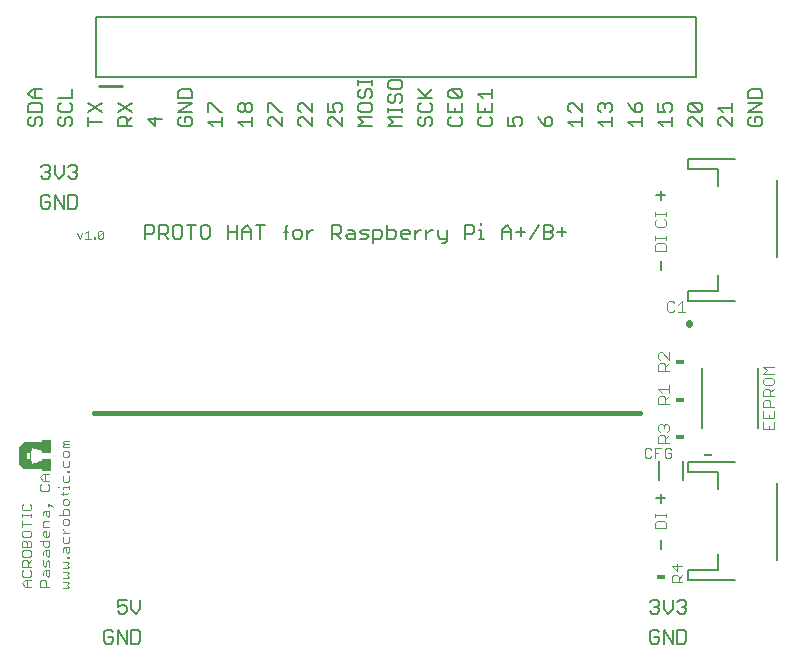
<source format=gto>
G75*
%MOIN*%
%OFA0B0*%
%FSLAX24Y24*%
%IPPOS*%
%LPD*%
%AMOC8*
5,1,8,0,0,1.08239X$1,22.5*
%
%ADD10C,0.0050*%
%ADD11C,0.0040*%
%ADD12C,0.0160*%
%ADD13C,0.0030*%
%ADD14C,0.0100*%
%ADD15C,0.0080*%
%ADD16C,0.0060*%
%ADD17R,0.0250X0.0100*%
%ADD18R,0.0300X0.0180*%
%ADD19C,0.0220*%
%ADD20C,0.0010*%
D10*
X003194Y001000D02*
X003269Y000925D01*
X003419Y000925D01*
X003494Y001000D01*
X003494Y001150D01*
X003344Y001150D01*
X003194Y001300D02*
X003194Y001000D01*
X003194Y001300D02*
X003269Y001375D01*
X003419Y001375D01*
X003494Y001300D01*
X003654Y001375D02*
X003654Y000925D01*
X003954Y000925D02*
X003954Y001375D01*
X004115Y001375D02*
X004340Y001375D01*
X004415Y001300D01*
X004415Y001000D01*
X004340Y000925D01*
X004115Y000925D01*
X004115Y001375D01*
X003654Y001375D02*
X003954Y000925D01*
X003879Y001925D02*
X003729Y001925D01*
X003654Y002000D01*
X003654Y002150D02*
X003804Y002225D01*
X003879Y002225D01*
X003954Y002150D01*
X003954Y002000D01*
X003879Y001925D01*
X004115Y002075D02*
X004265Y001925D01*
X004415Y002075D01*
X004415Y002375D01*
X004115Y002375D02*
X004115Y002075D01*
X003954Y002375D02*
X003654Y002375D01*
X003654Y002150D01*
X012176Y014275D02*
X012176Y014725D01*
X012401Y014725D01*
X012476Y014650D01*
X012476Y014500D01*
X012401Y014425D01*
X012176Y014425D01*
X012016Y014500D02*
X011941Y014575D01*
X011791Y014575D01*
X011716Y014650D01*
X011791Y014725D01*
X012016Y014725D01*
X012016Y014500D02*
X011941Y014425D01*
X011716Y014425D01*
X011555Y014425D02*
X011555Y014650D01*
X011480Y014725D01*
X011330Y014725D01*
X011330Y014575D02*
X011555Y014575D01*
X011555Y014425D02*
X011330Y014425D01*
X011255Y014500D01*
X011330Y014575D01*
X011095Y014650D02*
X011095Y014800D01*
X011020Y014875D01*
X010795Y014875D01*
X010795Y014425D01*
X010795Y014575D02*
X011020Y014575D01*
X011095Y014650D01*
X010945Y014575D02*
X011095Y014425D01*
X010176Y014725D02*
X010101Y014725D01*
X009951Y014575D01*
X009951Y014425D02*
X009951Y014725D01*
X009791Y014650D02*
X009791Y014500D01*
X009716Y014425D01*
X009565Y014425D01*
X009490Y014500D01*
X009490Y014650D01*
X009565Y014725D01*
X009716Y014725D01*
X009791Y014650D01*
X009334Y014650D02*
X009183Y014650D01*
X009259Y014800D02*
X009259Y014425D01*
X009259Y014800D02*
X009334Y014875D01*
X008563Y014875D02*
X008263Y014875D01*
X008413Y014875D02*
X008413Y014425D01*
X008103Y014425D02*
X008103Y014725D01*
X007952Y014875D01*
X007802Y014725D01*
X007802Y014425D01*
X007642Y014425D02*
X007642Y014875D01*
X007642Y014650D02*
X007342Y014650D01*
X007342Y014425D02*
X007342Y014875D01*
X007802Y014650D02*
X008103Y014650D01*
X006721Y014500D02*
X006721Y014800D01*
X006646Y014875D01*
X006496Y014875D01*
X006421Y014800D01*
X006421Y014500D01*
X006496Y014425D01*
X006646Y014425D01*
X006721Y014500D01*
X006261Y014875D02*
X005961Y014875D01*
X006111Y014875D02*
X006111Y014425D01*
X005801Y014500D02*
X005801Y014800D01*
X005726Y014875D01*
X005575Y014875D01*
X005500Y014800D01*
X005500Y014500D01*
X005575Y014425D01*
X005726Y014425D01*
X005801Y014500D01*
X005340Y014425D02*
X005190Y014575D01*
X005265Y014575D02*
X005040Y014575D01*
X005040Y014425D02*
X005040Y014875D01*
X005265Y014875D01*
X005340Y014800D01*
X005340Y014650D01*
X005265Y014575D01*
X004880Y014650D02*
X004805Y014575D01*
X004580Y014575D01*
X004580Y014425D02*
X004580Y014875D01*
X004805Y014875D01*
X004880Y014800D01*
X004880Y014650D01*
X002315Y015500D02*
X002315Y015800D01*
X002240Y015875D01*
X002015Y015875D01*
X002015Y015425D01*
X002240Y015425D01*
X002315Y015500D01*
X001854Y015425D02*
X001854Y015875D01*
X001554Y015875D02*
X001854Y015425D01*
X001554Y015425D02*
X001554Y015875D01*
X001394Y015800D02*
X001319Y015875D01*
X001169Y015875D01*
X001094Y015800D01*
X001094Y015500D01*
X001169Y015425D01*
X001319Y015425D01*
X001394Y015500D01*
X001394Y015650D01*
X001244Y015650D01*
X001319Y016425D02*
X001169Y016425D01*
X001094Y016500D01*
X001244Y016650D02*
X001319Y016650D01*
X001394Y016575D01*
X001394Y016500D01*
X001319Y016425D01*
X001319Y016650D02*
X001394Y016725D01*
X001394Y016800D01*
X001319Y016875D01*
X001169Y016875D01*
X001094Y016800D01*
X001554Y016875D02*
X001554Y016575D01*
X001704Y016425D01*
X001854Y016575D01*
X001854Y016875D01*
X002015Y016800D02*
X002090Y016875D01*
X002240Y016875D01*
X002315Y016800D01*
X002315Y016725D01*
X002240Y016650D01*
X002315Y016575D01*
X002315Y016500D01*
X002240Y016425D01*
X002090Y016425D01*
X002015Y016500D01*
X002165Y016650D02*
X002240Y016650D01*
X002050Y018175D02*
X002125Y018250D01*
X002125Y018400D01*
X002050Y018475D01*
X001975Y018475D01*
X001900Y018400D01*
X001900Y018250D01*
X001825Y018175D01*
X001750Y018175D01*
X001675Y018250D01*
X001675Y018400D01*
X001750Y018475D01*
X001750Y018635D02*
X002050Y018635D01*
X002125Y018710D01*
X002125Y018861D01*
X002050Y018936D01*
X002125Y019096D02*
X001675Y019096D01*
X001750Y018936D02*
X001675Y018861D01*
X001675Y018710D01*
X001750Y018635D01*
X002125Y019096D02*
X002125Y019396D01*
X002675Y018936D02*
X003125Y018635D01*
X003125Y018936D02*
X002675Y018635D01*
X002675Y018475D02*
X002675Y018175D01*
X002675Y018325D02*
X003125Y018325D01*
X003675Y018400D02*
X003675Y018175D01*
X004125Y018175D01*
X003975Y018175D02*
X003975Y018400D01*
X003900Y018475D01*
X003750Y018475D01*
X003675Y018400D01*
X003675Y018635D02*
X004125Y018936D01*
X004125Y018635D02*
X003675Y018936D01*
X004125Y018475D02*
X003975Y018325D01*
X004675Y018400D02*
X004900Y018175D01*
X004900Y018475D01*
X005125Y018400D02*
X004675Y018400D01*
X005675Y018400D02*
X005675Y018250D01*
X005750Y018175D01*
X006050Y018175D01*
X006125Y018250D01*
X006125Y018400D01*
X006050Y018475D01*
X005900Y018475D01*
X005900Y018325D01*
X005750Y018475D02*
X005675Y018400D01*
X005675Y018635D02*
X006125Y018936D01*
X005675Y018936D01*
X005675Y019096D02*
X005675Y019321D01*
X005750Y019396D01*
X006050Y019396D01*
X006125Y019321D01*
X006125Y019096D01*
X005675Y019096D01*
X005675Y018635D02*
X006125Y018635D01*
X006675Y018635D02*
X006675Y018936D01*
X006750Y018936D01*
X007050Y018635D01*
X007125Y018635D01*
X007125Y018475D02*
X007125Y018175D01*
X007125Y018325D02*
X006675Y018325D01*
X006825Y018175D01*
X007675Y018325D02*
X008125Y018325D01*
X008125Y018175D02*
X008125Y018475D01*
X008050Y018635D02*
X007975Y018635D01*
X007900Y018710D01*
X007900Y018861D01*
X007975Y018936D01*
X008050Y018936D01*
X008125Y018861D01*
X008125Y018710D01*
X008050Y018635D01*
X007900Y018710D02*
X007825Y018635D01*
X007750Y018635D01*
X007675Y018710D01*
X007675Y018861D01*
X007750Y018936D01*
X007825Y018936D01*
X007900Y018861D01*
X007675Y018325D02*
X007825Y018175D01*
X008675Y018250D02*
X008750Y018175D01*
X008675Y018250D02*
X008675Y018400D01*
X008750Y018475D01*
X008825Y018475D01*
X009125Y018175D01*
X009125Y018475D01*
X009125Y018635D02*
X009050Y018635D01*
X008750Y018936D01*
X008675Y018936D01*
X008675Y018635D01*
X009675Y018710D02*
X009750Y018635D01*
X009675Y018710D02*
X009675Y018861D01*
X009750Y018936D01*
X009825Y018936D01*
X010125Y018635D01*
X010125Y018936D01*
X010125Y018475D02*
X010125Y018175D01*
X009825Y018475D01*
X009750Y018475D01*
X009675Y018400D01*
X009675Y018250D01*
X009750Y018175D01*
X010675Y018250D02*
X010750Y018175D01*
X010675Y018250D02*
X010675Y018400D01*
X010750Y018475D01*
X010825Y018475D01*
X011125Y018175D01*
X011125Y018475D01*
X011050Y018635D02*
X011125Y018710D01*
X011125Y018861D01*
X011050Y018936D01*
X010900Y018936D01*
X010825Y018861D01*
X010825Y018786D01*
X010900Y018635D01*
X010675Y018635D01*
X010675Y018936D01*
X011675Y018861D02*
X011675Y018710D01*
X011750Y018635D01*
X012050Y018635D01*
X012125Y018710D01*
X012125Y018861D01*
X012050Y018936D01*
X011750Y018936D01*
X011675Y018861D01*
X011750Y019096D02*
X011825Y019096D01*
X011900Y019171D01*
X011900Y019321D01*
X011975Y019396D01*
X012050Y019396D01*
X012125Y019321D01*
X012125Y019171D01*
X012050Y019096D01*
X011750Y019096D02*
X011675Y019171D01*
X011675Y019321D01*
X011750Y019396D01*
X011675Y019556D02*
X011675Y019706D01*
X011675Y019631D02*
X012125Y019631D01*
X012125Y019556D02*
X012125Y019706D01*
X012675Y019628D02*
X012750Y019703D01*
X013050Y019703D01*
X013125Y019628D01*
X013125Y019478D01*
X013050Y019403D01*
X012750Y019403D01*
X012675Y019478D01*
X012675Y019628D01*
X012750Y019243D02*
X012675Y019168D01*
X012675Y019017D01*
X012750Y018942D01*
X012825Y018942D01*
X012900Y019017D01*
X012900Y019168D01*
X012975Y019243D01*
X013050Y019243D01*
X013125Y019168D01*
X013125Y019017D01*
X013050Y018942D01*
X013125Y018786D02*
X013125Y018635D01*
X013125Y018710D02*
X012675Y018710D01*
X012675Y018635D02*
X012675Y018786D01*
X012675Y018475D02*
X013125Y018475D01*
X013125Y018175D02*
X012675Y018175D01*
X012825Y018325D01*
X012675Y018475D01*
X012125Y018475D02*
X011675Y018475D01*
X011825Y018325D01*
X011675Y018175D01*
X012125Y018175D01*
X013675Y018250D02*
X013750Y018175D01*
X013825Y018175D01*
X013900Y018250D01*
X013900Y018400D01*
X013975Y018475D01*
X014050Y018475D01*
X014125Y018400D01*
X014125Y018250D01*
X014050Y018175D01*
X013750Y018475D02*
X013675Y018400D01*
X013675Y018250D01*
X013750Y018635D02*
X013675Y018710D01*
X013675Y018861D01*
X013750Y018936D01*
X013675Y019096D02*
X014125Y019096D01*
X013975Y019096D02*
X013675Y019396D01*
X013900Y019171D02*
X014125Y019396D01*
X014050Y018936D02*
X014125Y018861D01*
X014125Y018710D01*
X014050Y018635D01*
X013750Y018635D01*
X014675Y018635D02*
X015125Y018635D01*
X015125Y018936D01*
X015050Y019096D02*
X014750Y019396D01*
X015050Y019396D01*
X015125Y019321D01*
X015125Y019171D01*
X015050Y019096D01*
X014750Y019096D01*
X014675Y019171D01*
X014675Y019321D01*
X014750Y019396D01*
X014675Y018936D02*
X014675Y018635D01*
X014750Y018475D02*
X014675Y018400D01*
X014675Y018250D01*
X014750Y018175D01*
X015050Y018175D01*
X015125Y018250D01*
X015125Y018400D01*
X015050Y018475D01*
X014900Y018635D02*
X014900Y018786D01*
X015675Y018936D02*
X015675Y018635D01*
X016125Y018635D01*
X016125Y018936D01*
X016125Y019096D02*
X016125Y019396D01*
X016125Y019246D02*
X015675Y019246D01*
X015825Y019096D01*
X015900Y018786D02*
X015900Y018635D01*
X016050Y018475D02*
X016125Y018400D01*
X016125Y018250D01*
X016050Y018175D01*
X015750Y018175D01*
X015675Y018250D01*
X015675Y018400D01*
X015750Y018475D01*
X016675Y018475D02*
X016675Y018175D01*
X016900Y018175D01*
X016825Y018325D01*
X016825Y018400D01*
X016900Y018475D01*
X017050Y018475D01*
X017125Y018400D01*
X017125Y018250D01*
X017050Y018175D01*
X017675Y018475D02*
X017750Y018325D01*
X017900Y018175D01*
X017900Y018400D01*
X017975Y018475D01*
X018050Y018475D01*
X018125Y018400D01*
X018125Y018250D01*
X018050Y018175D01*
X017900Y018175D01*
X018675Y018325D02*
X018825Y018175D01*
X018675Y018325D02*
X019125Y018325D01*
X019125Y018175D02*
X019125Y018475D01*
X019125Y018635D02*
X018825Y018936D01*
X018750Y018936D01*
X018675Y018861D01*
X018675Y018710D01*
X018750Y018635D01*
X019125Y018635D02*
X019125Y018936D01*
X019675Y018861D02*
X019675Y018710D01*
X019750Y018635D01*
X019900Y018786D02*
X019900Y018861D01*
X019975Y018936D01*
X020050Y018936D01*
X020125Y018861D01*
X020125Y018710D01*
X020050Y018635D01*
X020125Y018475D02*
X020125Y018175D01*
X020125Y018325D02*
X019675Y018325D01*
X019825Y018175D01*
X019900Y018861D02*
X019825Y018936D01*
X019750Y018936D01*
X019675Y018861D01*
X020675Y018936D02*
X020750Y018786D01*
X020900Y018635D01*
X020900Y018861D01*
X020975Y018936D01*
X021050Y018936D01*
X021125Y018861D01*
X021125Y018710D01*
X021050Y018635D01*
X020900Y018635D01*
X021125Y018475D02*
X021125Y018175D01*
X021125Y018325D02*
X020675Y018325D01*
X020825Y018175D01*
X021675Y018325D02*
X022125Y018325D01*
X022125Y018175D02*
X022125Y018475D01*
X022050Y018635D02*
X022125Y018710D01*
X022125Y018861D01*
X022050Y018936D01*
X021900Y018936D01*
X021825Y018861D01*
X021825Y018786D01*
X021900Y018635D01*
X021675Y018635D01*
X021675Y018936D01*
X021675Y018325D02*
X021825Y018175D01*
X022675Y018250D02*
X022750Y018175D01*
X022675Y018250D02*
X022675Y018400D01*
X022750Y018475D01*
X022825Y018475D01*
X023125Y018175D01*
X023125Y018475D01*
X023050Y018635D02*
X022750Y018936D01*
X023050Y018936D01*
X023125Y018861D01*
X023125Y018710D01*
X023050Y018635D01*
X022750Y018635D01*
X022675Y018710D01*
X022675Y018861D01*
X022750Y018936D01*
X023675Y018786D02*
X024125Y018786D01*
X024125Y018936D02*
X024125Y018635D01*
X024125Y018475D02*
X024125Y018175D01*
X023825Y018475D01*
X023750Y018475D01*
X023675Y018400D01*
X023675Y018250D01*
X023750Y018175D01*
X023825Y018635D02*
X023675Y018786D01*
X024675Y018936D02*
X025125Y018936D01*
X024675Y018635D01*
X025125Y018635D01*
X025050Y018475D02*
X024900Y018475D01*
X024900Y018325D01*
X024750Y018175D02*
X025050Y018175D01*
X025125Y018250D01*
X025125Y018400D01*
X025050Y018475D01*
X024750Y018475D02*
X024675Y018400D01*
X024675Y018250D01*
X024750Y018175D01*
X024675Y019096D02*
X024675Y019321D01*
X024750Y019396D01*
X025050Y019396D01*
X025125Y019321D01*
X025125Y019096D01*
X024675Y019096D01*
X021750Y016025D02*
X021750Y015725D01*
X021600Y015875D02*
X021900Y015875D01*
X021750Y013675D02*
X021750Y013375D01*
X018615Y014650D02*
X018315Y014650D01*
X018154Y014575D02*
X018154Y014500D01*
X018079Y014425D01*
X017854Y014425D01*
X017854Y014875D01*
X018079Y014875D01*
X018154Y014800D01*
X018154Y014725D01*
X018079Y014650D01*
X017854Y014650D01*
X018079Y014650D02*
X018154Y014575D01*
X018465Y014500D02*
X018465Y014800D01*
X017694Y014875D02*
X017394Y014425D01*
X017234Y014650D02*
X016933Y014650D01*
X016773Y014650D02*
X016473Y014650D01*
X016473Y014725D02*
X016623Y014875D01*
X016773Y014725D01*
X016773Y014425D01*
X016473Y014425D02*
X016473Y014725D01*
X017084Y014800D02*
X017084Y014500D01*
X015856Y014425D02*
X015706Y014425D01*
X015781Y014425D02*
X015781Y014725D01*
X015706Y014725D01*
X015781Y014875D02*
X015781Y014950D01*
X015546Y014800D02*
X015546Y014650D01*
X015470Y014575D01*
X015245Y014575D01*
X015245Y014425D02*
X015245Y014875D01*
X015470Y014875D01*
X015546Y014800D01*
X014625Y014725D02*
X014625Y014350D01*
X014550Y014275D01*
X014475Y014275D01*
X014400Y014425D02*
X014625Y014425D01*
X014400Y014425D02*
X014325Y014500D01*
X014325Y014725D01*
X014166Y014725D02*
X014091Y014725D01*
X013941Y014575D01*
X013941Y014425D02*
X013941Y014725D01*
X013782Y014725D02*
X013707Y014725D01*
X013557Y014575D01*
X013557Y014425D02*
X013557Y014725D01*
X013397Y014650D02*
X013397Y014575D01*
X013097Y014575D01*
X013097Y014500D02*
X013097Y014650D01*
X013172Y014725D01*
X013322Y014725D01*
X013397Y014650D01*
X013322Y014425D02*
X013172Y014425D01*
X013097Y014500D01*
X012937Y014500D02*
X012937Y014650D01*
X012862Y014725D01*
X012636Y014725D01*
X012636Y014875D02*
X012636Y014425D01*
X012862Y014425D01*
X012937Y014500D01*
X021750Y005925D02*
X021750Y005625D01*
X021600Y005775D02*
X021900Y005775D01*
X021750Y004375D02*
X021750Y004075D01*
X021854Y002375D02*
X021854Y002075D01*
X022004Y001925D01*
X022154Y002075D01*
X022154Y002375D01*
X022315Y002300D02*
X022390Y002375D01*
X022540Y002375D01*
X022615Y002300D01*
X022615Y002225D01*
X022540Y002150D01*
X022615Y002075D01*
X022615Y002000D01*
X022540Y001925D01*
X022390Y001925D01*
X022315Y002000D01*
X022465Y002150D02*
X022540Y002150D01*
X022540Y001375D02*
X022315Y001375D01*
X022315Y000925D01*
X022540Y000925D01*
X022615Y001000D01*
X022615Y001300D01*
X022540Y001375D01*
X022154Y001375D02*
X022154Y000925D01*
X021854Y001375D01*
X021854Y000925D01*
X021694Y001000D02*
X021694Y001150D01*
X021544Y001150D01*
X021694Y001000D02*
X021619Y000925D01*
X021469Y000925D01*
X021394Y001000D01*
X021394Y001300D01*
X021469Y001375D01*
X021619Y001375D01*
X021694Y001300D01*
X021619Y001925D02*
X021469Y001925D01*
X021394Y002000D01*
X021544Y002150D02*
X021619Y002150D01*
X021694Y002075D01*
X021694Y002000D01*
X021619Y001925D01*
X021619Y002150D02*
X021694Y002225D01*
X021694Y002300D01*
X021619Y002375D01*
X021469Y002375D01*
X021394Y002300D01*
X001125Y018250D02*
X001050Y018175D01*
X001125Y018250D02*
X001125Y018400D01*
X001050Y018475D01*
X000975Y018475D01*
X000900Y018400D01*
X000900Y018250D01*
X000825Y018175D01*
X000750Y018175D01*
X000675Y018250D01*
X000675Y018400D01*
X000750Y018475D01*
X000675Y018635D02*
X000675Y018861D01*
X000750Y018936D01*
X001050Y018936D01*
X001125Y018861D01*
X001125Y018635D01*
X000675Y018635D01*
X000825Y019096D02*
X000675Y019246D01*
X000825Y019396D01*
X001125Y019396D01*
X000900Y019396D02*
X000900Y019096D01*
X000825Y019096D02*
X001125Y019096D01*
D11*
X000460Y002927D02*
X000566Y002820D01*
X000780Y002820D01*
X000620Y002820D02*
X000620Y003034D01*
X000566Y003034D02*
X000780Y003034D01*
X000727Y003151D02*
X000780Y003205D01*
X000780Y003312D01*
X000727Y003365D01*
X000780Y003483D02*
X000460Y003483D01*
X000460Y003643D01*
X000513Y003696D01*
X000620Y003696D01*
X000673Y003643D01*
X000673Y003483D01*
X000673Y003590D02*
X000780Y003696D01*
X000727Y003814D02*
X000780Y003868D01*
X000780Y003975D01*
X000727Y004028D01*
X000513Y004028D01*
X000460Y003975D01*
X000460Y003868D01*
X000513Y003814D01*
X000727Y003814D01*
X000780Y004146D02*
X000460Y004146D01*
X000460Y004306D01*
X000513Y004359D01*
X000566Y004359D01*
X000620Y004306D01*
X000620Y004146D01*
X000780Y004146D02*
X000780Y004306D01*
X000727Y004359D01*
X000673Y004359D01*
X000620Y004306D01*
X000513Y004477D02*
X000727Y004477D01*
X000780Y004531D01*
X000780Y004638D01*
X000727Y004691D01*
X000513Y004691D01*
X000460Y004638D01*
X000460Y004531D01*
X000513Y004477D01*
X000460Y004809D02*
X000460Y005022D01*
X000460Y004916D02*
X000780Y004916D01*
X001166Y004969D02*
X001220Y005022D01*
X001380Y005022D01*
X001327Y005140D02*
X001273Y005194D01*
X001273Y005354D01*
X001220Y005354D02*
X001380Y005354D01*
X001380Y005194D01*
X001327Y005140D01*
X001166Y005194D02*
X001166Y005301D01*
X001220Y005354D01*
X001327Y005525D02*
X001380Y005525D01*
X001380Y005579D01*
X001327Y005579D01*
X001327Y005525D01*
X001380Y005579D02*
X001487Y005472D01*
X001710Y005201D02*
X002030Y005201D01*
X002030Y005361D01*
X001977Y005414D01*
X001870Y005414D01*
X001816Y005361D01*
X001816Y005201D01*
X001870Y005083D02*
X001816Y005030D01*
X001816Y004923D01*
X001870Y004869D01*
X001977Y004869D01*
X002030Y004923D01*
X002030Y005030D01*
X001977Y005083D01*
X001870Y005083D01*
X001816Y004753D02*
X001816Y004700D01*
X001923Y004593D01*
X002030Y004593D02*
X001816Y004593D01*
X001816Y004475D02*
X001816Y004315D01*
X001870Y004262D01*
X001977Y004262D01*
X002030Y004315D01*
X002030Y004475D01*
X002030Y004144D02*
X002030Y003984D01*
X001977Y003930D01*
X001923Y003984D01*
X001923Y004144D01*
X001870Y004144D02*
X002030Y004144D01*
X001870Y004144D02*
X001816Y004090D01*
X001816Y003984D01*
X001977Y003818D02*
X002030Y003818D01*
X002030Y003764D01*
X001977Y003764D01*
X001977Y003818D01*
X001977Y003646D02*
X001816Y003646D01*
X001977Y003646D02*
X002030Y003593D01*
X001977Y003540D01*
X002030Y003486D01*
X001977Y003433D01*
X001816Y003433D01*
X001816Y003315D02*
X001977Y003315D01*
X002030Y003262D01*
X001977Y003208D01*
X002030Y003155D01*
X001977Y003101D01*
X001816Y003101D01*
X001816Y002984D02*
X001977Y002984D01*
X002030Y002930D01*
X001977Y002877D01*
X002030Y002823D01*
X001977Y002770D01*
X001816Y002770D01*
X001380Y002820D02*
X001060Y002820D01*
X001060Y002980D01*
X001113Y003034D01*
X001220Y003034D01*
X001273Y002980D01*
X001273Y002820D01*
X001327Y003151D02*
X001273Y003205D01*
X001273Y003365D01*
X001220Y003365D02*
X001380Y003365D01*
X001380Y003205D01*
X001327Y003151D01*
X001166Y003205D02*
X001166Y003312D01*
X001220Y003365D01*
X001220Y003483D02*
X001166Y003536D01*
X001166Y003696D01*
X001273Y003643D02*
X001273Y003536D01*
X001220Y003483D01*
X001380Y003483D02*
X001380Y003643D01*
X001327Y003696D01*
X001273Y003643D01*
X001327Y003814D02*
X001273Y003868D01*
X001273Y004028D01*
X001220Y004028D02*
X001380Y004028D01*
X001380Y003868D01*
X001327Y003814D01*
X001166Y003868D02*
X001166Y003975D01*
X001220Y004028D01*
X001220Y004146D02*
X001166Y004199D01*
X001166Y004359D01*
X001060Y004359D02*
X001380Y004359D01*
X001380Y004199D01*
X001327Y004146D01*
X001220Y004146D01*
X001220Y004477D02*
X001166Y004531D01*
X001166Y004638D01*
X001220Y004691D01*
X001273Y004691D01*
X001273Y004477D01*
X001220Y004477D02*
X001327Y004477D01*
X001380Y004531D01*
X001380Y004638D01*
X001380Y004809D02*
X001166Y004809D01*
X001166Y004969D01*
X000780Y005140D02*
X000780Y005247D01*
X000780Y005194D02*
X000460Y005194D01*
X000460Y005247D02*
X000460Y005140D01*
X000513Y005361D02*
X000727Y005361D01*
X000780Y005415D01*
X000780Y005522D01*
X000727Y005575D01*
X000513Y005575D02*
X000460Y005522D01*
X000460Y005415D01*
X000513Y005361D01*
X001113Y006024D02*
X001327Y006024D01*
X001380Y006078D01*
X001380Y006184D01*
X001327Y006238D01*
X001380Y006356D02*
X001166Y006356D01*
X001060Y006463D01*
X001166Y006569D01*
X001380Y006569D01*
X001220Y006569D02*
X001220Y006356D01*
X001113Y006238D02*
X001060Y006184D01*
X001060Y006078D01*
X001113Y006024D01*
X001656Y006138D02*
X001710Y006138D01*
X001816Y006138D02*
X002030Y006138D01*
X002030Y006085D02*
X002030Y006192D01*
X001977Y006306D02*
X002030Y006359D01*
X002030Y006519D01*
X002030Y006637D02*
X002030Y006691D01*
X001977Y006691D01*
X001977Y006637D01*
X002030Y006637D01*
X001977Y006803D02*
X002030Y006856D01*
X002030Y007017D01*
X001977Y007135D02*
X002030Y007188D01*
X002030Y007295D01*
X001977Y007348D01*
X001870Y007348D01*
X001816Y007295D01*
X001816Y007188D01*
X001870Y007135D01*
X001977Y007135D01*
X001816Y007017D02*
X001816Y006856D01*
X001870Y006803D01*
X001977Y006803D01*
X001816Y006519D02*
X001816Y006359D01*
X001870Y006306D01*
X001977Y006306D01*
X001816Y006138D02*
X001816Y006085D01*
X001816Y005971D02*
X001816Y005864D01*
X001763Y005917D02*
X001977Y005917D01*
X002030Y005971D01*
X001977Y005746D02*
X001870Y005746D01*
X001816Y005692D01*
X001816Y005586D01*
X001870Y005532D01*
X001977Y005532D01*
X002030Y005586D01*
X002030Y005692D01*
X001977Y005746D01*
X002030Y007466D02*
X001816Y007466D01*
X001816Y007519D01*
X001870Y007573D01*
X001816Y007626D01*
X001870Y007680D01*
X002030Y007680D01*
X002030Y007573D02*
X001870Y007573D01*
X000513Y003365D02*
X000460Y003312D01*
X000460Y003205D01*
X000513Y003151D01*
X000727Y003151D01*
X000566Y003034D02*
X000460Y002927D01*
X021226Y007163D02*
X021279Y007110D01*
X021386Y007110D01*
X021439Y007163D01*
X021557Y007110D02*
X021557Y007430D01*
X021771Y007430D01*
X021889Y007377D02*
X021889Y007163D01*
X021942Y007110D01*
X022049Y007110D01*
X022102Y007163D01*
X022102Y007270D01*
X021995Y007270D01*
X021889Y007377D02*
X021942Y007430D01*
X022049Y007430D01*
X022102Y007377D01*
X022030Y007620D02*
X021670Y007620D01*
X021670Y007800D01*
X021730Y007860D01*
X021850Y007860D01*
X021910Y007800D01*
X021910Y007620D01*
X021910Y007740D02*
X022030Y007860D01*
X021970Y007988D02*
X022030Y008048D01*
X022030Y008168D01*
X021970Y008229D01*
X021910Y008229D01*
X021850Y008168D01*
X021850Y008108D01*
X021850Y008168D02*
X021790Y008229D01*
X021730Y008229D01*
X021670Y008168D01*
X021670Y008048D01*
X021730Y007988D01*
X021386Y007430D02*
X021279Y007430D01*
X021226Y007377D01*
X021226Y007163D01*
X021439Y007377D02*
X021386Y007430D01*
X021557Y007270D02*
X021664Y007270D01*
X021670Y008920D02*
X021670Y009100D01*
X021730Y009160D01*
X021850Y009160D01*
X021910Y009100D01*
X021910Y008920D01*
X022030Y008920D02*
X021670Y008920D01*
X021910Y009040D02*
X022030Y009160D01*
X022030Y009288D02*
X022030Y009529D01*
X022030Y009408D02*
X021670Y009408D01*
X021790Y009288D01*
X021910Y010020D02*
X021910Y010200D01*
X021850Y010260D01*
X021730Y010260D01*
X021670Y010200D01*
X021670Y010020D01*
X022030Y010020D01*
X021910Y010140D02*
X022030Y010260D01*
X022030Y010388D02*
X021790Y010629D01*
X021730Y010629D01*
X021670Y010568D01*
X021670Y010448D01*
X021730Y010388D01*
X022030Y010388D02*
X022030Y010629D01*
X022030Y011970D02*
X021970Y012030D01*
X021970Y012270D01*
X022030Y012330D01*
X022150Y012330D01*
X022210Y012270D01*
X022338Y012210D02*
X022458Y012330D01*
X022458Y011970D01*
X022338Y011970D02*
X022579Y011970D01*
X022210Y012030D02*
X022150Y011970D01*
X022030Y011970D01*
X021930Y014020D02*
X021570Y014020D01*
X021570Y014200D01*
X021630Y014260D01*
X021870Y014260D01*
X021930Y014200D01*
X021930Y014020D01*
X021930Y014388D02*
X021930Y014508D01*
X021930Y014448D02*
X021570Y014448D01*
X021570Y014388D02*
X021570Y014508D01*
X021630Y014820D02*
X021870Y014820D01*
X021930Y014880D01*
X021930Y015000D01*
X021870Y015060D01*
X021930Y015188D02*
X021930Y015308D01*
X021930Y015248D02*
X021570Y015248D01*
X021570Y015188D02*
X021570Y015308D01*
X021630Y015060D02*
X021570Y015000D01*
X021570Y014880D01*
X021630Y014820D01*
X025170Y010152D02*
X025530Y010152D01*
X025530Y009912D02*
X025170Y009912D01*
X025290Y010032D01*
X025170Y010152D01*
X025230Y009783D02*
X025170Y009723D01*
X025170Y009603D01*
X025230Y009543D01*
X025470Y009543D01*
X025530Y009603D01*
X025530Y009723D01*
X025470Y009783D01*
X025230Y009783D01*
X025230Y009415D02*
X025350Y009415D01*
X025410Y009355D01*
X025410Y009175D01*
X025530Y009175D02*
X025170Y009175D01*
X025170Y009355D01*
X025230Y009415D01*
X025410Y009295D02*
X025530Y009415D01*
X025350Y009047D02*
X025410Y008987D01*
X025410Y008807D01*
X025530Y008807D02*
X025170Y008807D01*
X025170Y008987D01*
X025230Y009047D01*
X025350Y009047D01*
X025530Y008679D02*
X025530Y008438D01*
X025170Y008438D01*
X025170Y008679D01*
X025350Y008558D02*
X025350Y008438D01*
X025530Y008310D02*
X025530Y008070D01*
X025170Y008070D01*
X025170Y008310D01*
X025350Y008190D02*
X025350Y008070D01*
X021930Y005258D02*
X021930Y005138D01*
X021930Y005198D02*
X021570Y005198D01*
X021570Y005138D02*
X021570Y005258D01*
X021630Y005010D02*
X021570Y004950D01*
X021570Y004770D01*
X021930Y004770D01*
X021930Y004950D01*
X021870Y005010D01*
X021630Y005010D01*
X022300Y003579D02*
X022300Y003338D01*
X022120Y003518D01*
X022480Y003518D01*
X022480Y003210D02*
X022360Y003090D01*
X022360Y003150D02*
X022360Y002970D01*
X022480Y002970D02*
X022120Y002970D01*
X022120Y003150D01*
X022180Y003210D01*
X022300Y003210D01*
X022360Y003150D01*
D12*
X021050Y008600D02*
X002850Y008600D01*
D13*
X002896Y014415D02*
X002851Y014415D01*
X002851Y014460D01*
X002896Y014460D01*
X002896Y014415D01*
X002989Y014460D02*
X003169Y014640D01*
X003169Y014460D01*
X003124Y014415D01*
X003034Y014415D01*
X002989Y014460D01*
X002989Y014640D01*
X003034Y014685D01*
X003124Y014685D01*
X003169Y014640D01*
X002755Y014415D02*
X002574Y014415D01*
X002664Y014415D02*
X002664Y014685D01*
X002574Y014595D01*
X002478Y014595D02*
X002388Y014415D01*
X002298Y014595D01*
D14*
X003045Y019519D02*
X003795Y019519D01*
D15*
X002945Y019819D02*
X002945Y021819D01*
X022945Y021819D01*
X022945Y019819D01*
X002945Y019819D01*
X021706Y007015D02*
X021706Y006385D01*
X022494Y006385D02*
X022494Y007015D01*
X022672Y006969D02*
X024247Y006969D01*
X023656Y006634D02*
X022672Y006634D01*
X022672Y006969D01*
X023656Y006634D02*
X023656Y006083D01*
X025625Y006280D02*
X025625Y003720D01*
X024247Y003031D02*
X022672Y003031D01*
X022672Y003366D01*
X023656Y003366D01*
X023656Y003917D01*
X024247Y012338D02*
X022672Y012338D01*
X022672Y012672D01*
X023656Y012672D01*
X023656Y013224D01*
X025625Y013814D02*
X025625Y016373D01*
X024247Y017062D02*
X022672Y017062D01*
X022672Y016728D01*
X023656Y016728D01*
X023656Y016176D01*
D16*
X023139Y010105D02*
X023139Y008095D01*
X024999Y008095D02*
X024999Y010105D01*
D17*
X023319Y007205D03*
D18*
X022400Y007800D03*
X022400Y009050D03*
X022400Y010300D03*
X021750Y003150D03*
D19*
X022700Y011588D02*
X022700Y011612D01*
D20*
X001400Y007700D02*
X001400Y007310D01*
X001140Y007310D01*
X001140Y007390D01*
X000770Y007480D01*
X000770Y007370D01*
X000740Y007370D01*
X000740Y007210D01*
X000720Y007210D01*
X000720Y007320D01*
X000590Y007320D01*
X000590Y007080D01*
X000720Y007080D01*
X000720Y007210D01*
X000740Y007210D01*
X000740Y007020D01*
X000770Y007020D01*
X000770Y006910D01*
X001140Y007020D01*
X001140Y007080D01*
X001400Y007080D01*
X001400Y006700D01*
X001140Y006700D01*
X001140Y006760D01*
X000530Y006760D01*
X000370Y006920D01*
X000370Y007470D01*
X000520Y007630D01*
X001140Y007630D01*
X001140Y007700D01*
X001400Y007700D01*
X001400Y007698D02*
X001140Y007698D01*
X001140Y007690D02*
X001400Y007690D01*
X001400Y007681D02*
X001140Y007681D01*
X001140Y007673D02*
X001400Y007673D01*
X001400Y007664D02*
X001140Y007664D01*
X001140Y007656D02*
X001400Y007656D01*
X001400Y007647D02*
X001140Y007647D01*
X001140Y007639D02*
X001400Y007639D01*
X001400Y007630D02*
X001140Y007630D01*
X001096Y007401D02*
X001400Y007401D01*
X001400Y007409D02*
X001061Y007409D01*
X001026Y007418D02*
X001400Y007418D01*
X001400Y007426D02*
X000991Y007426D01*
X000956Y007435D02*
X001400Y007435D01*
X001400Y007443D02*
X000921Y007443D01*
X000886Y007452D02*
X001400Y007452D01*
X001400Y007460D02*
X000851Y007460D01*
X000816Y007469D02*
X001400Y007469D01*
X001400Y007477D02*
X000781Y007477D01*
X000770Y007477D02*
X000377Y007477D01*
X000370Y007469D02*
X000770Y007469D01*
X000770Y007460D02*
X000370Y007460D01*
X000370Y007452D02*
X000770Y007452D01*
X000770Y007443D02*
X000370Y007443D01*
X000370Y007435D02*
X000770Y007435D01*
X000770Y007426D02*
X000370Y007426D01*
X000370Y007418D02*
X000770Y007418D01*
X000770Y007409D02*
X000370Y007409D01*
X000370Y007401D02*
X000770Y007401D01*
X000770Y007392D02*
X000370Y007392D01*
X000370Y007384D02*
X000770Y007384D01*
X000770Y007375D02*
X000370Y007375D01*
X000370Y007367D02*
X000740Y007367D01*
X000740Y007358D02*
X000370Y007358D01*
X000370Y007350D02*
X000740Y007350D01*
X000740Y007341D02*
X000370Y007341D01*
X000370Y007333D02*
X000740Y007333D01*
X000740Y007324D02*
X000370Y007324D01*
X000370Y007316D02*
X000590Y007316D01*
X000590Y007307D02*
X000370Y007307D01*
X000370Y007299D02*
X000590Y007299D01*
X000590Y007290D02*
X000370Y007290D01*
X000370Y007282D02*
X000590Y007282D01*
X000590Y007273D02*
X000370Y007273D01*
X000370Y007265D02*
X000590Y007265D01*
X000590Y007256D02*
X000370Y007256D01*
X000370Y007248D02*
X000590Y007248D01*
X000590Y007239D02*
X000370Y007239D01*
X000370Y007231D02*
X000590Y007231D01*
X000590Y007222D02*
X000370Y007222D01*
X000370Y007214D02*
X000590Y007214D01*
X000590Y007205D02*
X000370Y007205D01*
X000370Y007197D02*
X000590Y007197D01*
X000590Y007188D02*
X000370Y007188D01*
X000370Y007180D02*
X000590Y007180D01*
X000590Y007171D02*
X000370Y007171D01*
X000370Y007163D02*
X000590Y007163D01*
X000590Y007154D02*
X000370Y007154D01*
X000370Y007146D02*
X000590Y007146D01*
X000590Y007137D02*
X000370Y007137D01*
X000370Y007129D02*
X000590Y007129D01*
X000590Y007120D02*
X000370Y007120D01*
X000370Y007112D02*
X000590Y007112D01*
X000590Y007103D02*
X000370Y007103D01*
X000370Y007095D02*
X000590Y007095D01*
X000590Y007086D02*
X000370Y007086D01*
X000370Y007078D02*
X000740Y007078D01*
X000740Y007086D02*
X000720Y007086D01*
X000720Y007095D02*
X000740Y007095D01*
X000740Y007103D02*
X000720Y007103D01*
X000720Y007112D02*
X000740Y007112D01*
X000740Y007120D02*
X000720Y007120D01*
X000720Y007129D02*
X000740Y007129D01*
X000740Y007137D02*
X000720Y007137D01*
X000720Y007146D02*
X000740Y007146D01*
X000740Y007154D02*
X000720Y007154D01*
X000720Y007163D02*
X000740Y007163D01*
X000740Y007171D02*
X000720Y007171D01*
X000720Y007180D02*
X000740Y007180D01*
X000740Y007188D02*
X000720Y007188D01*
X000720Y007197D02*
X000740Y007197D01*
X000740Y007205D02*
X000720Y007205D01*
X000720Y007214D02*
X000740Y007214D01*
X000740Y007222D02*
X000720Y007222D01*
X000720Y007231D02*
X000740Y007231D01*
X000740Y007239D02*
X000720Y007239D01*
X000720Y007248D02*
X000740Y007248D01*
X000740Y007256D02*
X000720Y007256D01*
X000720Y007265D02*
X000740Y007265D01*
X000740Y007273D02*
X000720Y007273D01*
X000720Y007282D02*
X000740Y007282D01*
X000740Y007290D02*
X000720Y007290D01*
X000720Y007299D02*
X000740Y007299D01*
X000740Y007307D02*
X000720Y007307D01*
X000720Y007316D02*
X000740Y007316D01*
X000740Y007069D02*
X000370Y007069D01*
X000370Y007061D02*
X000740Y007061D01*
X000740Y007052D02*
X000370Y007052D01*
X000370Y007044D02*
X000740Y007044D01*
X000740Y007035D02*
X000370Y007035D01*
X000370Y007027D02*
X000740Y007027D01*
X000770Y007018D02*
X000370Y007018D01*
X000370Y007010D02*
X000770Y007010D01*
X000770Y007001D02*
X000370Y007001D01*
X000370Y006993D02*
X000770Y006993D01*
X000770Y006984D02*
X000370Y006984D01*
X000370Y006976D02*
X000770Y006976D01*
X000770Y006967D02*
X000370Y006967D01*
X000370Y006959D02*
X000770Y006959D01*
X000770Y006950D02*
X000370Y006950D01*
X000370Y006942D02*
X000770Y006942D01*
X000770Y006933D02*
X000370Y006933D01*
X000370Y006925D02*
X000770Y006925D01*
X000770Y006916D02*
X000374Y006916D01*
X000382Y006908D02*
X001400Y006908D01*
X001400Y006916D02*
X000791Y006916D01*
X000819Y006925D02*
X001400Y006925D01*
X001400Y006933D02*
X000848Y006933D01*
X000877Y006942D02*
X001400Y006942D01*
X001400Y006950D02*
X000905Y006950D01*
X000934Y006959D02*
X001400Y006959D01*
X001400Y006967D02*
X000962Y006967D01*
X000991Y006976D02*
X001400Y006976D01*
X001400Y006984D02*
X001020Y006984D01*
X001048Y006993D02*
X001400Y006993D01*
X001400Y007001D02*
X001077Y007001D01*
X001105Y007010D02*
X001400Y007010D01*
X001400Y007018D02*
X001134Y007018D01*
X001140Y007027D02*
X001400Y007027D01*
X001400Y007035D02*
X001140Y007035D01*
X001140Y007044D02*
X001400Y007044D01*
X001400Y007052D02*
X001140Y007052D01*
X001140Y007061D02*
X001400Y007061D01*
X001400Y007069D02*
X001140Y007069D01*
X001140Y007078D02*
X001400Y007078D01*
X001400Y006899D02*
X000391Y006899D01*
X000399Y006891D02*
X001400Y006891D01*
X001400Y006882D02*
X000408Y006882D01*
X000416Y006874D02*
X001400Y006874D01*
X001400Y006865D02*
X000425Y006865D01*
X000433Y006857D02*
X001400Y006857D01*
X001400Y006848D02*
X000442Y006848D01*
X000450Y006840D02*
X001400Y006840D01*
X001400Y006831D02*
X000459Y006831D01*
X000467Y006823D02*
X001400Y006823D01*
X001400Y006814D02*
X000476Y006814D01*
X000484Y006806D02*
X001400Y006806D01*
X001400Y006797D02*
X000493Y006797D01*
X000501Y006789D02*
X001400Y006789D01*
X001400Y006780D02*
X000510Y006780D01*
X000518Y006772D02*
X001400Y006772D01*
X001400Y006763D02*
X000527Y006763D01*
X001140Y006755D02*
X001400Y006755D01*
X001400Y006746D02*
X001140Y006746D01*
X001140Y006738D02*
X001400Y006738D01*
X001400Y006729D02*
X001140Y006729D01*
X001140Y006721D02*
X001400Y006721D01*
X001400Y006712D02*
X001140Y006712D01*
X001140Y006704D02*
X001400Y006704D01*
X001400Y007316D02*
X001140Y007316D01*
X001140Y007324D02*
X001400Y007324D01*
X001400Y007333D02*
X001140Y007333D01*
X001140Y007341D02*
X001400Y007341D01*
X001400Y007350D02*
X001140Y007350D01*
X001140Y007358D02*
X001400Y007358D01*
X001400Y007367D02*
X001140Y007367D01*
X001140Y007375D02*
X001400Y007375D01*
X001400Y007384D02*
X001140Y007384D01*
X001131Y007392D02*
X001400Y007392D01*
X001400Y007486D02*
X000385Y007486D01*
X000393Y007494D02*
X001400Y007494D01*
X001400Y007503D02*
X000401Y007503D01*
X000409Y007511D02*
X001400Y007511D01*
X001400Y007520D02*
X000417Y007520D01*
X000425Y007528D02*
X001400Y007528D01*
X001400Y007537D02*
X000433Y007537D01*
X000441Y007545D02*
X001400Y007545D01*
X001400Y007554D02*
X000448Y007554D01*
X000456Y007562D02*
X001400Y007562D01*
X001400Y007571D02*
X000464Y007571D01*
X000472Y007579D02*
X001400Y007579D01*
X001400Y007588D02*
X000480Y007588D01*
X000488Y007596D02*
X001400Y007596D01*
X001400Y007605D02*
X000496Y007605D01*
X000504Y007613D02*
X001400Y007613D01*
X001400Y007622D02*
X000512Y007622D01*
M02*

</source>
